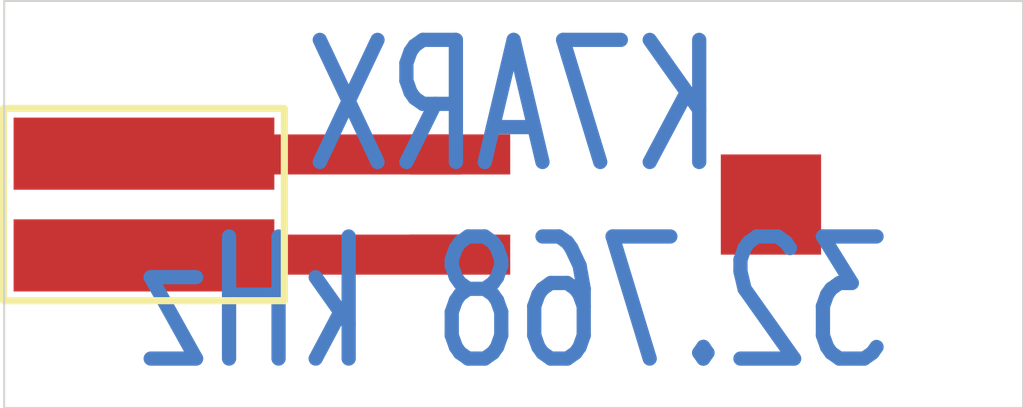
<source format=kicad_pcb>
(kicad_pcb (version 20171130) (host pcbnew "(5.1.9)-1")

  (general
    (thickness 1.6)
    (drawings 5)
    (tracks 2)
    (zones 0)
    (modules 2)
    (nets 4)
  )

  (page USLetter)
  (title_block
    (title "Watch Crystal Plug")
    (date 2021-03-10)
    (rev A)
    (company K7ARX)
  )

  (layers
    (0 F.Cu signal)
    (31 B.Cu signal)
    (32 B.Adhes user)
    (33 F.Adhes user)
    (34 B.Paste user)
    (35 F.Paste user)
    (36 B.SilkS user)
    (37 F.SilkS user)
    (38 B.Mask user)
    (39 F.Mask user)
    (40 Dwgs.User user)
    (41 Cmts.User user)
    (42 Eco1.User user)
    (43 Eco2.User user)
    (44 Edge.Cuts user)
    (45 Margin user)
    (46 B.CrtYd user)
    (47 F.CrtYd user)
    (48 B.Fab user)
    (49 F.Fab user)
  )

  (setup
    (last_trace_width 1)
    (user_trace_width 1)
    (trace_clearance 0.2)
    (zone_clearance 0.508)
    (zone_45_only no)
    (trace_min 0.2)
    (via_size 0.8)
    (via_drill 0.4)
    (via_min_size 0.4)
    (via_min_drill 0.3)
    (uvia_size 0.3)
    (uvia_drill 0.1)
    (uvias_allowed no)
    (uvia_min_size 0.2)
    (uvia_min_drill 0.1)
    (edge_width 0.05)
    (segment_width 0.2)
    (pcb_text_width 0.3)
    (pcb_text_size 1.5 1.5)
    (mod_edge_width 0.12)
    (mod_text_size 1 1)
    (mod_text_width 0.15)
    (pad_size 1.524 1.524)
    (pad_drill 0.762)
    (pad_to_mask_clearance 0)
    (aux_axis_origin 0 0)
    (visible_elements 7FFFFFFF)
    (pcbplotparams
      (layerselection 0x010fc_ffffffff)
      (usegerberextensions false)
      (usegerberattributes true)
      (usegerberadvancedattributes true)
      (creategerberjobfile true)
      (excludeedgelayer true)
      (linewidth 0.100000)
      (plotframeref false)
      (viasonmask false)
      (mode 1)
      (useauxorigin false)
      (hpglpennumber 1)
      (hpglpenspeed 20)
      (hpglpendiameter 15.000000)
      (psnegative false)
      (psa4output false)
      (plotreference true)
      (plotvalue true)
      (plotinvisibletext false)
      (padsonsilk false)
      (subtractmaskfromsilk false)
      (outputformat 1)
      (mirror false)
      (drillshape 1)
      (scaleselection 1)
      (outputdirectory ""))
  )

  (net 0 "")
  (net 1 "Net-(J1-Pad1)")
  (net 2 "Net-(J1-Pad2)")
  (net 3 GND)

  (net_class Default "This is the default net class."
    (clearance 0.2)
    (trace_width 0.25)
    (via_dia 0.8)
    (via_drill 0.4)
    (uvia_dia 0.3)
    (uvia_drill 0.1)
    (add_net GND)
    (add_net "Net-(J1-Pad1)")
    (add_net "Net-(J1-Pad2)")
  )

  (module k7arx:XTAL-CMR200T (layer F.Cu) (tedit 60490D32) (tstamp 60496D42)
    (at 154.94 127 180)
    (path /60491E29)
    (fp_text reference X1 (at 0 0) (layer F.SilkS) hide
      (effects (font (size 1 1) (thickness 0.15)))
    )
    (fp_text value Crystal (at 0 -3.5) (layer F.Fab) hide
      (effects (font (size 1 1) (thickness 0.15)))
    )
    (pad 3 smd rect (at -3.875 0 180) (size 2.5 2.5) (layers F.Cu F.Paste F.Mask)
      (net 3 GND))
    (pad 2 smd rect (at 3.875 -1.25 180) (size 2.5 1) (layers F.Cu F.Paste F.Mask)
      (net 2 "Net-(J1-Pad2)"))
    (pad 1 smd rect (at 3.875 1.25 180) (size 2.5 1) (layers F.Cu F.Paste F.Mask)
      (net 1 "Net-(J1-Pad1)"))
  )

  (module "k7arx:PreciDip 8MM-11 2-pin SMD" (layer F.Cu) (tedit 6075E0F8) (tstamp 6075E3E6)
    (at 146.685 127 270)
    (path /6049369B)
    (fp_text reference J1 (at 0 -1.5 90) (layer F.SilkS) hide
      (effects (font (size 1 1) (thickness 0.15)))
    )
    (fp_text value Conn_01x02 (at 0 -3 90) (layer F.Fab) hide
      (effects (font (size 1 1) (thickness 0.15)))
    )
    (fp_line (start 2.4 0) (end -2.4 0) (layer F.SilkS) (width 0.1778))
    (fp_line (start -2.4 0) (end -2.4 7) (layer F.SilkS) (width 0.1778))
    (fp_line (start -2.4 7) (end 2.4 7) (layer F.SilkS) (width 0.1778))
    (fp_line (start 2.4 7) (end 2.4 0) (layer F.SilkS) (width 0.1778))
    (pad 2 smd rect (at 1.27 3.5 270) (size 1.8 6.5) (layers F.Cu F.Paste F.Mask)
      (net 2 "Net-(J1-Pad2)"))
    (pad 1 smd rect (at -1.27 3.5 270) (size 1.8 6.5) (layers F.Cu F.Paste F.Mask)
      (net 1 "Net-(J1-Pad1)"))
  )

  (gr_text "K7ARX\n32.768 kHz" (at 152.4 127) (layer B.Cu)
    (effects (font (size 3.048 2.159) (thickness 0.3556)) (justify mirror))
  )
  (gr_line (start 165.1 121.92) (end 139.7 121.92) (layer Edge.Cuts) (width 0.05) (tstamp 60496D23))
  (gr_line (start 165.1 132.08) (end 165.1 121.92) (layer Edge.Cuts) (width 0.05))
  (gr_line (start 139.7 132.08) (end 165.1 132.08) (layer Edge.Cuts) (width 0.05))
  (gr_line (start 139.7 121.92) (end 139.7 132.08) (layer Edge.Cuts) (width 0.05) (tstamp 6075E3B3))

  (segment (start 151.065 125.75) (end 143.205 125.75) (width 1) (layer F.Cu) (net 1))
  (segment (start 151.065 128.25) (end 143.205 128.25) (width 1) (layer F.Cu) (net 2))

)

</source>
